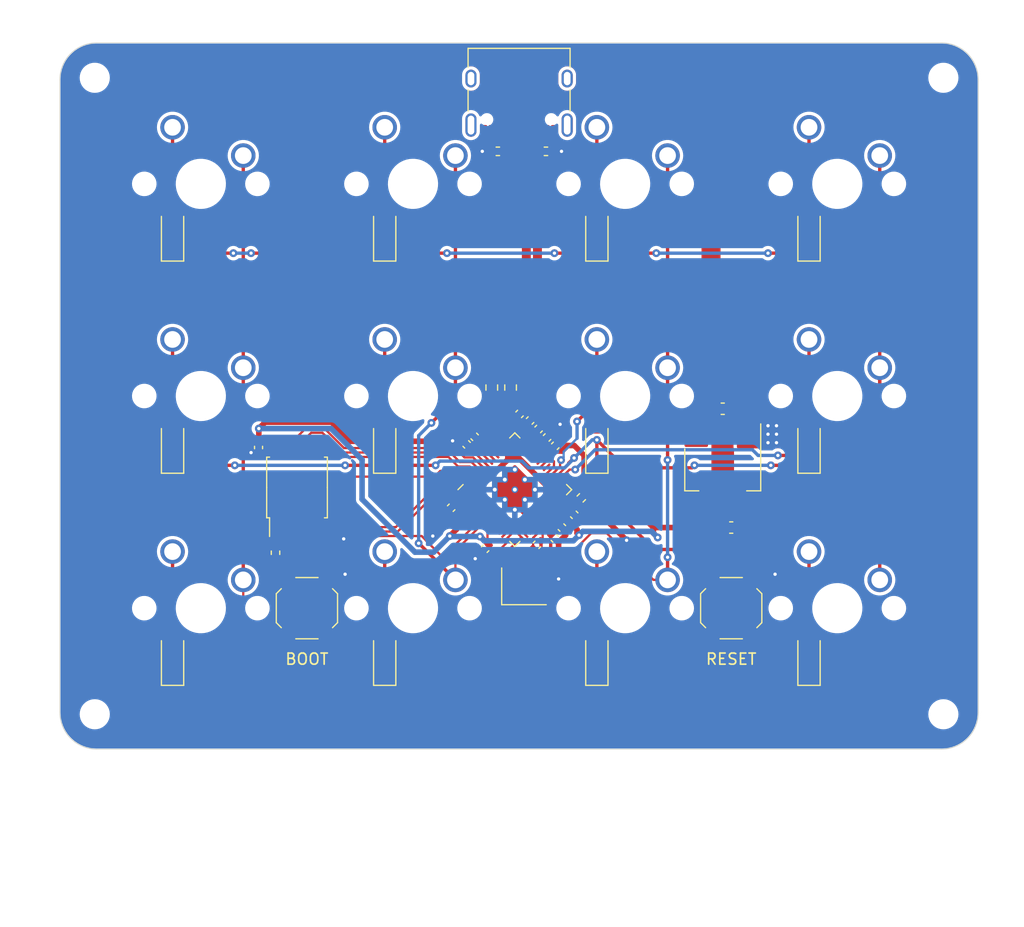
<source format=kicad_pcb>
(kicad_pcb (version 20221018) (generator pcbnew)
  (layers (0 "F.Cu" signal) (31 "B.Cu" power) (34 "B.Paste" user) (35 "F.Paste" user) (36 "B.SilkS" user "B.Silkscreen") (37 "F.SilkS" user "F.Silkscreen") (38 "B.Mask" user) (39 "F.Mask" user) (44 "Edge.Cuts" user))
  (net 0 "")
  (net 1 "+3V3")
  (net 2 "GND")
  (net 3 "+1V1")
  (net 4 "VBUS")
  (net 5 "/XIN")
  (net 6 "/XOUT")
  (net 7 "/ROW_0")
  (net 8 "Net-(D2-A)")
  (net 9 "Net-(D3-A)")
  (net 10 "/ROW_1")
  (net 11 "Net-(D5-A)")
  (net 12 "Net-(D6-A)")
  (net 13 "Net-(D7-A)")
  (net 14 "Net-(D8-A)")
  (net 15 "/ROW_2")
  (net 16 "Net-(D9-A)")
  (net 17 "Net-(D10-A)")
  (net 18 "Net-(D11-A)")
  (net 19 "Net-(D12-A)")
  (net 20 "Net-(D1-A)")
  (net 21 "Net-(D4-A)")
  (net 22 "Net-(SW13-B)")
  (net 23 "/COL_0")
  (net 26 "/COL_3")
  (net 27 "Net-(J1-CC1)")
  (net 29 "Net-(J1-CC2)")
  (net 32 "Net-(U1-USB_DP)")
  (net 33 "/USB_D+")
  (net 34 "Net-(U1-USB_DM)")
  (net 35 "/USB_D-")
  (net 37 "/COL_1")
  (net 38 "/COL_2")
  (net 39 "/QSPI_SD1")
  (net 40 "/QSPI_SD2")
  (net 41 "/QSPI_SD0")
  (net 42 "/QSPI_SCLK")
  (net 43 "/QSPI_SD3")
  (net 59 "/~{USB_BOOT}")
  (footprint "Diode_SMD:D_SOD-123" (layer "F.Cu") (at 150.368 85.852 90)
    (fp_text reference "D5" hide)
    (fp_text value "D")
  )
  (footprint "Diode_SMD:D_SOD-123" (layer "F.Cu") (at 93.218 104.902 90)
    (fp_text reference "D12" hide)
    (fp_text value "D")
  )
  (footprint "Button_Switch_SMD:SW_Push_1P1T_XKB_TS-1187A" (layer "F.Cu") (at 143.383 100.33 -90)
    (fp_text reference "SW13" hide)
    (fp_text value "SW_SPST")
  )
  (footprint "Connector_USB:USB_C_Receptacle_XKB_U262-16XN-4BVC11" (layer "F.Cu") (at 124.333 53.848 180)
    (fp_text reference "J1" hide)
    (fp_text value "USB_C_Receptacle_USB2.0")
  )
  (footprint "Capacitor_SMD:C_0603_1608Metric" (layer "F.Cu") (at 142.621 82.423)
    (fp_text reference "C12" hide)
    (fp_text value "10u")
  )
  (footprint "Capacitor_SMD:C_0402_1005Metric" (layer "F.Cu") (at 118.237 91.313 -135)
    (fp_text reference "C6" hide)
    (fp_text value "100n")
  )
  (footprint "Capacitor_SMD:C_0402_1005Metric" (layer "F.Cu") (at 100.9396 85.9028 -90)
    (fp_text reference "C16" hide)
    (fp_text value "100n")
  )
  (footprint "Crystal:Crystal_SMD_3225-4Pin_3.2x2.5mm" (layer "F.Cu") (at 124.771 98.368)
    (fp_text reference "Y1" hide)
    (fp_text value "12MHz")
  )
  (footprint "Capacitor_SMD:C_0402_1005Metric" (layer "F.Cu") (at 126.085415 84.240077 45)
    (fp_text reference "C7" hide)
    (fp_text value "100n")
  )
  (footprint "Diode_SMD:D_SOD-123" (layer "F.Cu") (at 131.318 66.802 90)
    (fp_text reference "D2" hide)
    (fp_text value "D")
  )
  (footprint "Capacitor_SMD:C_0402_1005Metric" (layer "F.Cu") (at 128.177611 93.091 -45)
    (fp_text reference "C2" hide)
    (fp_text value "100n")
  )
  (footprint "Capacitor_SMD:C_0603_1608Metric" (layer "F.Cu") (at 143.383 93.091)
    (fp_text reference "C13" hide)
    (fp_text value "10u")
  )
  (footprint "MountingHole:MountingHole_2.2mm_M2" (layer "F.Cu") (at 86.233 52.705)
    (fp_text reference "H1" hide)
    (fp_text value "MountingHole")
  )
  (footprint "Button_Switch_SMD:SW_Push_1P1T_XKB_TS-1187A" (layer "F.Cu") (at 105.283 100.33 90)
    (fp_text reference "SW14" hide)
    (fp_text value "SW_SPST")
  )
  (footprint "Diode_SMD:D_SOD-123" (layer "F.Cu") (at 112.268 66.802 90)
    (fp_text reference "D3" hide)
    (fp_text value "D")
  )
  (footprint "Package_SO:SOIC-8_5.23x5.23mm_P1.27mm" (layer "F.Cu") (at 104.394 89.491 90)
    (fp_text reference "U3" hide)
    (fp_text value "W25Q128JVS")
  )
  (footprint "Resistor_SMD:R_0402_1005Metric" (layer "F.Cu") (at 126.746 59.309)
    (fp_text reference "R4" hide)
    (fp_text value "5k1")
  )
  (footprint "RP2040_minimal:RP2040-QFN-56" (layer "F.Cu") (at 123.952 89.687122 45)
    (fp_text reference "U1" hide)
    (fp_text value "RP2040")
  )
  (footprint "Diode_SMD:D_SOD-123" (layer "F.Cu") (at 112.268 104.902 90)
    (fp_text reference "D11" hide)
    (fp_text value "D")
  )
  (footprint "Diode_SMD:D_SOD-123" (layer "F.Cu") (at 93.218 66.802 90)
    (fp_text reference "D4" hide)
    (fp_text value "D")
  )
  (footprint "Capacitor_SMD:C_0402_1005Metric" (layer "F.Cu") (at 124.374589 82.889411 45)
    (fp_text reference "C10" hide)
    (fp_text value "1u")
  )
  (footprint "Package_TO_SOT_SMD:SOT-223-3_TabPin2" (layer "F.Cu") (at 142.621 87.884 -90)
    (fp_text reference "U2" hide)
    (fp_text value "NCP1117-3.3_SOT223")
  )
  (footprint "Diode_SMD:D_SOD-123" (layer "F.Cu") (at 131.318 104.902 90)
    (fp_text reference "D10" hide)
    (fp_text value "D")
  )
  (footprint "Capacitor_SMD:C_0402_1005Metric" (layer "F.Cu") (at 127.5842 85.7504 45)
    (fp_text reference "C4" hide)
    (fp_text value "100n")
  )
  (footprint "Diode_SMD:D_SOD-123" (layer "F.Cu") (at 112.268 85.852 90)
    (fp_text reference "D7" hide)
    (fp_text value "D")
  )
  (footprint "Diode_SMD:D_SOD-123" (layer "F.Cu") (at 131.318 85.852 90)
    (fp_text reference "D6" hide)
    (fp_text value "D")
  )
  (footprint "Capacitor_SMD:C_0402_1005Metric" (layer "F.Cu") (at 125.9332 94.6404 -135)
    (fp_text reference "C14" hide)
    (fp_text value "30p")
  )
  (footprint "Diode_SMD:D_SOD-123" (layer "F.Cu") (at 93.218 85.852 90)
    (fp_text reference "D8" hide)
    (fp_text value "D")
  )
  (footprint "Resistor_SMD:R_0603_1608Metric" (layer "F.Cu") (at 121.882803 80.518 90)
    (fp_text reference "R1" hide)
    (fp_text value "27")
  )
  (footprint "Resistor_SMD:R_0402_1005Metric" (layer "F.Cu") (at 102.4636 95.3516 90)
    (fp_text reference "R6" hide)
    (fp_text value "1k")
  )
  (footprint "MountingHole:MountingHole_2.2mm_M2" (layer "F.Cu") (at 162.433 109.855)
    (fp_text reference "H4" hide)
    (fp_text value "MountingHole")
  )
  (footprint "Diode_SMD:D_SOD-123" (layer "F.Cu") (at 150.368 66.802 90)
    (fp_text reference "D1" hide)
    (fp_text value "D")
  )
  (footprint "MountingHole:MountingHole_2.2mm_M2" (layer "F.Cu") (at 162.433 52.705)
    (fp_text reference "H2" hide)
    (fp_text value "MountingHole")
  )
  (footprint "Diode_SMD:D_SOD-123" (layer "F.Cu") (at 150.368 104.902 90)
    (fp_text reference "D9" hide)
    (fp_text value "D")
  )
  (footprint "Resistor_SMD:R_0402_1005Metric" (layer "F.Cu") (at 122.428 59.309 180)
    (fp_text reference "R5" hide)
    (fp_text value "5k1")
  )
  (footprint "Resistor_SMD:R_0402_1005Metric" (layer "F.Cu") (at 129.921 90.424 45)
    (fp_text reference "R3" hide)
    (fp_text value "10k")
  )
  (footprint "Capacitor_SMD:C_0402_1005Metric" (layer "F.Cu") (at 119.625208 85.621771 135)
    (fp_text reference "C9" hide)
    (fp_text value "100n")
  )
  (footprint "Resistor_SMD:R_0603_1608Metric" (layer "F.Cu") (at 123.571 80.518 90)
    (fp_text reference "R2" hide)
    (fp_text value "27")
  )
  (footprint "Capacitor_SMD:C_0402_1005Metric" (layer "F.Cu") (at 125.323415 83.478077 45)
    (fp_text reference "C11" hide)
    (fp_text value "1u")
  )
  (footprint "Capacitor_SMD:C_0402_1005Metric" (layer "F.Cu") (at 126.847415 85.002077 45)
    (fp_text reference "C3" hide)
    (fp_text value "100n")
  )
  (footprint "MountingHole:MountingHole_2.2mm_M2" (layer "F.Cu") (at 86.233 109.855)
    (fp_text reference "H3" hide)
    (fp_text value "MountingHole")
  )
  (footprint "Capacitor_SMD:C_0402_1005Metric" (layer "F.Cu") (at 121.285 94.996 -135)
    (fp_text reference "C5" hide)
    (fp_text value "100n")
  )
  (footprint "Capacitor_SMD:C_0402_1005Metric" (layer "F.Cu") (at 120.343386 84.942949 135)
    (fp_text reference "C1" hide)
    (fp_text value "100n")
  )
  (footprint "Capacitor_SMD:C_0402_1005Metric" (layer "F.Cu") (at 129.286 91.948 135)
    (fp_text reference "C8" hide)
    (fp_text value "100n")
  )
  (footprint "Capacitor_SMD:C_0402_1005Metric" (layer "F.Cu") (at 127.542611 94.065411 -45)
    (fp_text reference "C15" hide)
    (fp_text value "30p")
  )
  (footprint "Button_Switch_Keyboard:SW_Cherry_MX_1.00u_PCB" (layer "B.Cu") (at 131.318 95.25 180)
    (fp_text reference "SW10" hide)
    (fp_text value "KEY_10_21")
  )
  (footprint "Button_Switch_Keyboard:SW_Cherry_MX_1.00u_PCB" (layer "B.Cu") (at 131.318 76.2 180)
    (fp_text reference "SW6" hide)
    (fp_text value "KEY_6_11")
  )
  (footprint "Button_Switch_Keyboard:SW_Cherry_MX_1.00u_PCB" (layer "B.Cu") (at 131.318 57.15 180)
    (fp_text reference "SW2" hide)
    (fp_text value "KEY_2_01")
  )
  (footprint "Button_Switch_Keyboard:SW_Cherry_MX_1.00u_PCB" (layer "B.Cu") (at 112.268 57.15 180)
    (fp_text reference "SW3" hide)
    (fp_text value "KEY_3_02")
  )
  (footprint "Button_Switch_Keyboard:SW_Cherry_MX_1.00u_PCB" (layer "B.Cu") (at 93.218 57.15 180)
    (fp_text reference "SW4" hide)
    (fp_text value "KEY_4_03")
  )
  (footprint "Button_Switch_Keyboard:SW_Cherry_MX_1.00u_PCB" (layer "B.Cu") (at 150.368 95.25 180)
    (fp_text reference "SW9" hide)
    (fp_text value "KEY_9_20")
  )
  (footprint "Button_Switch_Keyboard:SW_Cherry_MX_1.00u_PCB" (layer "B.Cu") (at 93.218 95.25 180)
    (fp_text reference "SW12" hide)
    (fp_text value "KEY_12_23")
  )
  (footprint "Button_Switch_Keyboard:SW_Cherry_MX_1.00u_PCB" (layer "B.Cu") (at 93.218 76.2 180)
    (fp_text reference "SW8" hide)
    (fp_text value "KEY_8_13")
  )
  (footprint "Button_Switch_Keyboard:SW_Cherry_MX_1.00u_PCB" (layer "B.Cu") (at 150.368 57.15 180)
    (fp_text reference "SW1" hide)
    (fp_text value "KEY_1_00")
  )
  (footprint "Button_Switch_Keyboard:SW_Cherry_MX_1.00u_PCB" (layer "B.Cu") (at 150.368 76.2 180)
    (fp_text reference "SW5" hide)
    (fp_text value "KEY_5_10")
  )
  (footprint "Button_Switch_Keyboard:SW_Cherry_MX_1.00u_PCB" (layer "B.Cu") (at 112.268 76.2 180)
    (fp_text reference "SW7" hide)
    (fp_text value "KEY_7_12")
  )
  (footprint "Button_Switch_Keyboard:SW_Cherry_MX_1.00u_PCB" (layer "B.Cu") (at 112.268 95.25 180)
    (fp_text reference "SW11" hide)
    (fp_text value "KEY_11_22")
  )
  (gr_line (start 83.106867 109.6772) (end 83.106867 52.880867) (stroke (width 0.1)) (layer "Edge.Cuts"))
  (gr_line (start 165.559133 52.880867) (end 165.559133 109.6772) (stroke (width 0.1)) (layer "Edge.Cuts"))
  (gr_arc (start 83.106867 52.880867) (mid 84.074 50.546) (end 86.408867 49.578867) (stroke (width 0.1)) (layer "Edge.Cuts"))
  (gr_arc (start 165.559133 109.679133) (mid 164.59199 112.01399) (end 162.257133 112.981133) (stroke (width 0.1)) (layer "Edge.Cuts"))
  (gr_line (start 86.408867 49.578867) (end 162.257133 49.578867) (stroke (width 0.1)) (layer "Edge.Cuts"))
  (gr_line (start 162.257133 112.9792) (end 86.408867 112.9792) (stroke (width 0.1)) (layer "Edge.Cuts"))
  (gr_arc (start 86.410767 112.979233) (mid 84.07591 112.01209) (end 83.108767 109.677233) (stroke (width 0.1)) (layer "Edge.Cuts"))
  (gr_arc (start 162.257133 49.578867) (mid 164.592 50.546) (end 165.559133 52.880867) (stroke (width 0.1)) (layer "Edge.Cuts"))
  (gr_text "RESET" (at 143.383 104.902) (layer "F.SilkS") (effects (font (size 1 1))))
  (gr_text "BOOT" (at 105.283 104.902) (layer "F.SilkS") (effects (font (size 1 1))))
  (segment (start 130.175 86.614) (end 129.286 85.725) (width 0.5) (layer "F.Cu") (net 1))
  (segment (start 100.965 85.3974) (end 100.9396 85.4228) (width 0.5) (layer "F.Cu") (net 1))
  (segment (start 127.0508 86.2838) (end 127.244789 86.089811) (width 0.2) (layer "F.Cu") (net 1))
  (segment (start 129.715734 93.774734) (end 129.54 93.599) (width 0.5) (layer "F.Cu") (net 1))
  (segment (start 130.175 89.956752) (end 130.175 86.614) (width 0.5) (layer "F.Cu") (net 1))
  (segment (start 121.031 84.201) (end 121.031 84.934157) (width 0.5) (layer "F.Cu") (net 1))
  (segment (start 119.682843 89.09492) (end 117.856 89.09492) (width 0.2) (layer "F.Cu") (net 1))
  (segment (start 127.29931 92.751589) (end 127.8382 92.751589) (width 0.2) (layer "F.Cu") (net 1))
  (segment (start 122.817596 84.75809) (end 123.501686 84.074) (width 0.2) (layer "F.Cu") (net 1))
  (segment (start 116.724629 85.344) (end 118.629629 83.439) (width 0.5) (layer "F.Cu") (net 1))
  (segment (start 125.7554 85.471) (end 126.378492 85.471) (width 0.2) (layer "F.Cu") (net 1))
  (segment (start 113.433 93.45) (end 111.089314 93.45) (width 0.2) (layer "F.Cu") (net 1))
  (segment (start 128.684402 85.725) (end 128.18921 86.220192) (width 0.5) (layer "F.Cu") (net 1))
  (segment (start 123.076955 85.700808) (end 122.817596 85.441449) (width 0.2) (layer "F.Cu") (net 1))
  (segment (start 117.856 89.09492) (end 117.78808 89.09492) (width 0.2) (layer "F.Cu") (net 1))
  (segment (start 119.682843 90.279324) (end 119.270676 90.279324) (width 0.2) (layer "F.Cu") (net 1))
  (segment (start 128.846198 92.583) (end 128.006789 92.583) (width 0.5) (layer "F.Cu") (net 1))
  (segment (start 125.743492 84.582) (end 125.746004 84.579488) (width 0.2) (layer "F.Cu") (net 1))
  (segment (start 125.325849 85.041449) (end 125.7554 85.471) (width 0.2) (layer "F.Cu") (net 1))
  (segment (start 128.18921 86.220192) (end 127.37517 86.220192) (width 0.5) (layer "F.Cu") (net 1))
  (segment (start 127.466303 87.587032) (end 127.466303 87.156503) (width 0.2) (layer "F.Cu") (net 1))
  (segment (start 118.629629 83.439) (end 120.269 83.439) (width 0.5) (layer "F.Cu") (net 1))
  (segment (start 100.965 84.201) (end 101.534 83.632) (width 0.5) (layer "F.Cu") (net 1))
  (segment (start 118.706792 93.256208) (end 118.706792 91.10397) (width 0.5) (layer "F.Cu") (net 1))
  (segment (start 124.079 84.582) (end 125.743492 84.582) (width 0.2) (layer "F.Cu") (net 1))
  (segment (start 118.05092 89.09492) (end 117.856 89.09492) (width 0.2) (layer "F.Cu") (net 1))
  (segment (start 133.35 90.043) (end 130.302 90.043) (width 0.5) (layer "F.Cu") (net 1))
  (segment (start 108.409314 96.13) (end 106.377315 96.13) (width 0.2) (layer "F.Cu") (net 1))
  (segment (start 122.228427 92.824908) (end 121.497411 93.555924) (width 0.2) (layer "F.Cu") (net 1))
  (segment (start 136.398 93.091) (end 133.35 90.043) (width 0.5) (layer "F.Cu") (net 1))
  (segment (start 126.508004 85.353026) (end 127.244789 86.089811) (width 0.5) (layer "F.Cu") (net 1))
  (segment (start 124.544202 85.417965) (end 124.92072 85.041449) (width 0.2) (layer "F.Cu") (net 1))
  (segment (start 130.302 90.043) (end 130.281624 90.063376) (width 0.5) (layer "F.Cu") (net 1))
  (segment (start 126.378492 85.471) (end 126.508004 85.341488) (width 0.2) (layer "F.Cu") (net 1))
  (segment (start 129.54 93.599) (end 129.54 93.276802) (width 0.5) (layer "F.Cu") (net 1))
  (segment (start 109.22 85.344) (end 116.724629 85.344) (width 0.5) (layer "F.Cu") (net 1))
  (segment (start 117.78808 89.09492) (end 113.433 93.45) (width 0.2) (layer "F.Cu") (net 1))
  (segment (start 100.9396 85.4228) (end 102.0208 85.4228) (width 0.5) (layer "F.Cu") (net 1))
  (segment (start 102.4636 93.1164) (end 102.489 93.091) (width 0.3) (layer "F.Cu") (net 1))
  (segment (start 121.158 85.757563) (end 120.682797 85.28236) (width 0.2) (layer "F.Cu") (net 1))
  (segment (start 126.524101 91.97638) (end 127.29931 92.751589) (width 0.2) (layer "F.Cu") (net 1))
  (segment (start 130.281624 90.063376) (end 130.175 89.956752) (width 0.5) (layer "F.Cu") (net 1))
  (segment (start 127.466303 87.156503) (end 127.0508 86.741) (width 0.2) (layer "F.Cu") (net 1))
  (segment (start 123.501686 84.074) (end 124.727492 84.074) (width 0.2) (layer "F.Cu") (net 1))
  (segment (start 121.945585 86.832178) (end 121.158 86.044593) (width 0.2) (layer "F.Cu") (net 1))
  (segment (start 121.662742 87.115021) (end 121.158 86.610281) (width 0.2) (layer "F.Cu") (net 1))
  (segment (start 107.508 83.632) (end 109.22 85.344) (width 0.5) (layer "F.Cu") (net 1))
  (segment (start 118.11 93.853) (end 118.706792 93.256208) (width 0.5) (layer "F.Cu") (net 1))
  (segment (start 123.359798 85.301202) (end 124.079 84.582) (width 0.2) (layer "F.Cu") (net 1))
  (segment (start 106.377315 96.13) (end 106.368315 96.139) (width 0.2) (layer "F.Cu") (net 1))
  (segment (start 127.37517 86.220192) (end 127.244789 86.089811) (width 0.5) (layer "F.Cu") (net 1))
  (segment (start 129.54 93.276802) (end 128.846198 92.583) (width 0.5) (layer "F.Cu") (net 1))
  (segment (start 102.0208 85.4228) (end 102.489 85.891) (width 0.5) (layer "F.Cu") (net 1))
  (segment (start 123.359798 85.417965) (end 123.359798 85.301202) (width 0.2) (layer "F.Cu") (net 1))
  (segment (start 124.984004 83.817488) (end 125.746004 84.579488) (width 0.5) (layer "F.Cu") (net 1))
  (segment (start 121.031 84.934157) (end 120.682797 85.28236) (width 0.5) (layer "F.Cu") (net 1))
  (segment (start 118.706792 91.10397) (end 118.576411 90.973589) (width 0.5) (layer "F.Cu") (net 1))
  (segment (start 129.286 85.725) (end 128.684402 85.725) (width 0.5) (layer "F.Cu") (net 1))
  (segment (start 119.270676 90.279324) (end 118.576411 90.973589) (width 0.2) (layer "F.Cu") (net 1))
  (segment (start 142.608 93.091) (end 136.398 93.091) (width 0.5) (layer "F.Cu") (net 1))
  (segment (start 124.92072 85.041449) (end 125.325849 85.041449) (width 0.2) (layer "F.Cu") (net 1))
  (segment (start 102.4636 94.8416) (end 102.4636 93.1164) (width 0.5) (layer "F.Cu") (net 1))
  (segment (start 127.0508 86.741) (end 127.0508 86.2838) (width 0.2) (layer "F.Cu") (net 1))
  (segment (start 106.368315 96.139) (end 104.902 96.139) (width 0.2) (layer "F.Cu") (net 1))
  (segment (start 119.235324 90.279324) (end 118.05092 89.09492) (width 0.2) (layer "F.Cu") (net 1))
  (segment (start 127.089786 87.963549) (end 127.466303 87.587032) (width 0.2) (layer "F.Cu") (net 1))
  (segment (start 126.508004 85.341488) (end 126.508004 85.353026) (width 0.2) (layer "F.Cu") (net 1))
  (segment (start 100.965 84.201) (end 100.965 85.3974) (width 0.5) (layer "F.Cu") (net 1))
  (segment (start 142.608 93.091) (end 142.608 91.047) (width 0.5) (layer "F.Cu") (net 1))
  (segment (start 111.089314 93.45) (end 108.409314 96.13) (width 0.2) (layer "F.Cu") (net 1))
  (segment (start 120.269 83.439) (end 121.031 84.201) (width 0.5) (layer "F.Cu") (net 1))
  (segment (start 124.727492 84.074) (end 124.984004 83.817488) (width 0.2) (layer "F.Cu") (net 1))
  (segment (start 101.534 83.632) (end 107.508 83.632) (width 0.5) (layer "F.Cu") (net 1))
  (segment (start 120.864431 93.896609) (end 121.624411 94.656589) (width 0.5) (layer "F.Cu") (net 1))
  (segment (start 128.006789 92.583) (end 127.8382 92.751589) (width 0.5) (layer "F.Cu") (net 1))
  (segment (start 136.398 93.091) (end 136.398 93.599) (width 0.5) (layer "F.Cu") (net 1))
  (segment (start 122.817596 85.441449) (end 122.817596 84.75809) (width 0.2) (layer "F.Cu") (net 1))
  (segment (start 126.508004 85.341488) (end 125.746004 84.579488) (width 0.5) (layer "F.Cu") (net 1))
  (segment (start 142.608 91.047) (end 142.621 91.034) (width 0.5) (layer "F.Cu") (net 1))
  (segment (start 104.902 96.139) (end 102.489 93.726) (width 0.2) (layer "F.Cu") (net 1))
  (segment (start 121.497411 93.555924) (end 121.497411 94.402589) (width 0.2) (layer "F.Cu") (net 1))
  (segment (start 136.398 93.599) (end 136.779 93.98) (width 0.5) (layer "F.Cu") (net 1))
  (segment (start 121.158 86.044593) (end 121.158 85.757563) (width 0.2) (layer "F.Cu") (net 1))
  (segment (start 120.820609 93.896609) (end 120.864431 93.896609) (width 0.5) (layer "F.Cu") (net 1))
  (segment (start 121.158 86.610281) (end 121.158 85.757563) (width 0.2) (layer "F.Cu") (net 1))
  (via (at 136.779 93.98) (size 0.7) (drill 0.3) (layers "F.Cu" "B.Cu") (net 1))
  (via (at 118.11 93.853) (size 0.7) (drill 0.3) (layers "F.Cu" "B.Cu") (net 1))
  (via (at 129.715734 93.774734) (size 0.7) (drill 0.3) (layers "F.Cu" "B.Cu") (net 1))
  (via (at 120.820609 93.896609) (size 0.7) (drill 0.3) (layers "F.Cu" "B.Cu") (net 1))
  (via (at 100.965 84.201) (size 0.7) (drill 0.3) (layers "F.Cu" "B.Cu") (net 1))
  (segment (start 110.236 90.551) (end 110.236 86.995) (width 0.5) (layer "B.Cu") (net 1))
  (segment (start 118.153609 93.896609) (end 118.11 93.853) (width 0.5) (layer "B.Cu") (net 1))
  (segment (start 136.779 93.98) (end 136.233 93.434) (width 0.5) (layer "B.Cu") (net 1))
  (segment (start 110.236 86.995) (end 107.442 84.201) (width 0.5) (layer "B.Cu") (net 1))
  (segment (start 116.6635 95.2995) (end 114.9845 95.2995) (width 0.5) (layer "B.Cu") (net 1))
  (segment (start 114.9845 95.2995) (end 110.236 90.551) (width 0.5) (layer "B.Cu") (net 1))
  (segment (start 121.203399 94.279399) (end 129.211069 94.279399) (width 0.5) (layer "B.Cu") (net 1))
  (segment (start 130.056468 93.434) (end 129.715734 93.774734) (width 0.5) (layer "B.Cu") (net 1))
  (segment (start 118.11 93.853) (end 116.6635 95.2995) (width 0.5) (layer "B.Cu") (net 1))
  (segment (start 120.820609 93.896609) (end 118.153609 93.896609) (width 0.5) (layer "B.Cu") (net 1))
  (segment (start 129.211069 94.279399) (end 129.715734 93.774734) (width 0.5) (layer "B.Cu") (net 1))
  (segment (start 107.442 84.201) (end 100.965 84.201) (width 0.5) (layer "B.Cu") (net 1))
  (segment (start 120.820609 93.896609) (end 121.203399 94.279399) (width 0.5) (layer "B.Cu") (net 1))
  (segment (start 136.233 93.434) (end 130.056468 93.434) (width 0.5) (layer "B.Cu") (net 1))
  (segment (start 107.158 97.33) (end 107.158 103.33) (width 0.5) (layer "F.Cu") (net 2))
  (segment (start 124.562 100.527) (end 125.871 99.218) (width 0.5) (layer "F.Cu") (net 2))
  (segment (start 119.265657 85.3025) (end 119.285797 85.28236) (width 0.5) (layer "F.Cu") (net 2))
  (segment (start 145.258 97.33) (end 145.258 103.33) (width 0.5) (layer "F.Cu") (net 2))
  (segment (start 106.299 93.091) (end 107.569 93.091) (width 0.5) (layer "F.Cu") (net 2))
  (segment (start 127.383 57.518) (end 127.383 59.182) (width 0.3) (layer "F.Cu") (net 2))
  (segment (start 127.186826 84.662666) (end 127.186826 84.649174) (width 0.5) (layer "F.Cu") (net 2))
  (segment (start 121.283 58.674) (end 121.918 59.309) (width 0.3) (layer "F.Cu") (net 2))
  (segment (start 125.662826 83.138666) (end 126.424826 83.900666) (width 0.5) (layer "F.Cu") (net 2))
  (segment (start 129.625411 92.287411) (end 132.038411 92.287411) (width 0.5) (layer "F.Cu") (net 2))
  (segment (start 125.675573 92.824908) (end 123.952 91.101335) (width 0.2) (layer "F.Cu") (net 2))
  (segment (start 122.358 100.019) (end 122.866 100.527) (width 0.5) (layer "F.Cu") (net 2))
  (segment (start 147.32 97.282) (end 147.32 95.1165) (width 0.5) (layer "F.Cu") (net 2))
  (segment (start 145.2945 93.091) (end 144.158 93.091) (width 0.5) (layer "F.Cu") (net 2))
  (segment (start 122.866 100.527) (end 124.562 100.527) (width 0.5) (layer "F.Cu") (net 2))
  (segment (start 123.952 91.490244) (end 123.952 89.687122) (width 0.2) (layer "F.Cu") (net 2))
  (segment (start 127.383 59.182) (end 127.256 59.309) (width 0.3) (layer "F.Cu") (net 2))
  (segment (start 126.371 99.218) (end 125.871 99.218) (width 0.5) (layer "F.Cu") (net 2))
  (segment (start 126.052089 93.201426) (end 125.675573 92.824908) (width 0.2) (layer "F.Cu") (net 2))
  (segment (start 124.714 82.55) (end 125.07416 82.55) (width 0.5) (layer "F.Cu") (net 2))
  (segment (start 125.07416 82.55) (end 125.662826 83.138666) (width 0.5) (layer "F.Cu") (net 2))
  (segment (start 123.671 97.518) (end 123.208 97.518) (width 0.5) (layer "F.Cu") (net 2))
  (segment (start 123.671 96.9026) (end 123.671 97.518) (width 0.5) (layer "F.Cu") (net 2))
  (segment (start 123.208 97.518) (end 122.358 98.368) (width 0.5) (layer "F.Cu") (net 2))
  (segment (start 132.038411 92.287411) (end 133.985 94.234) (width 0.5) (layer "F.Cu") (net 2))
  (segment (start 122.148878 89.687122) (end 123.952 89.687122) (width 0.2) (layer "F.Cu") (net 2))
  (segment (start 127.186826 84.649174) (end 128.016 83.82) (width 0.5) (layer "F.Cu") (net 2))
  (segment (start 126.052089 93.556311) (end 126.052089 93.201426) (width 0.2) (layer "F.Cu") (net 2))
  (segment (start 100.2903 86.3828) (end 100.9396 86.3828) (width 0.5) (layer "F.Cu") (net 2))
  (segment (start 127.882022 94.404822) (end 128.517022 93.769822) (width 0.5) (layer "F.Cu") (net 2))
  (segment (start 125.593789 94.979811) (end 125.593789 94.014611) (width 0.2) (layer "F.Cu") (net 2))
  (segment (start 121.283 57.518) (end 121.283 58.674) (width 0.3) (layer "F.Cu") (net 2))
  (segment (start 118.363823 85.3025) (end 119.265657 85.3025) (width 0.5) (layer "F.Cu") (net 2))
  (segment (start 127.882022 94.404822) (end 127.882022 97.706978) (width 0.5) (layer "F.Cu") (net 2))
  (segment (start 123.050439 90.588683) (end 123.952 89.687122) (width 0.2) (layer "F.Cu") (net 2))
  (segment (start 122.358 98.368) (end 122.358 100.019) (width 0.5) (layer "F.Cu") (net 2))
  (segment (start 124.853561 90.588683) (end 123.952 89.687122) (width 0.2) (layer "F.Cu") (net 2))
  (segment (start 107.569 93.091) (end 108.585 94.107) (width 0.5) (layer "F.Cu") (net 2))
  (segment (start 147.32 97.282) (end 147.272 97.33) (width 0.5) (layer "F.Cu") (net 2))
  (segment (start 127.383 57.518) (end 127.683 57.518) (width 0.3) (layer "F.Cu") (net 2))
  (segment (start 119.285797 85.28236) (end 119.325153 85.28236) (width 0.5) (layer "F.Cu") (net 2))
  (segment (start 127.186826 84.674204) (end 127.923611 85.410989) (width 0.5) (layer "F.Cu") (net 2))
  (segment (start 127.256 59.309) (end 128.143 59.309) (width 0.3) (layer "F.Cu") (net 2))
  (segment (start 123.952 87.884) (end 123.952 89.687122) (width 0.2) (layer "F.Cu") (net 2))
  (segment (start 127.186826 84.662666) (end 127.186826 84.674204) (width 0.5) (layer "F.Cu") (net 2))
  (segment (start 123.050439 88.785561) (end 123.952 89.687122) (width 0.2) (layer "F.Cu") (net 2))
  (segment (start 125.593789 94.014611) (end 126.052089 93.556311) (width 0.2) (layer "F.Cu") (net 2))
  (segment (start 125.755122 89.687122) (end 123.952 89.687122) (width 0.2) (layer "F.Cu") (net 2))
  (segment (start 128.517022 93.769822) (end 128.517022 93.430411) (width 0.5) (layer "F.Cu") (net 2))
  (segment (start 100.2675 86.36) (end 100.2903 86.3828) (width 0.5) (layer "F.Cu") (net 2))
  (segment (start 147.32 95.1165) (end 145.2945 93.091) (width 0.5) (layer "F.Cu") (net 2))
  (segment (start 126.424826 83.900666) (end 127.186826 84.662666) (width 0.5) (layer "F.Cu") (net 2))
  (segment (start 121.918 59.309) (end 121.031 59.309) (width 0.3) (layer "F.Cu") (net 2))
  (segment (start 116.586 93.853) (end 117.897589 92.541411) (width 0.5) (layer "F.Cu") (net 2))
  (segment (start 117.897589 92.541411) (end 117.897589 91.652411) (width 0.5) (layer "F.Cu") (net 2))
  (segment (start 120.945589 95.335411) (end 120.396 95.885) (width 0.5) (layer "F.Cu") (net 2))
  (segment (start 108.664 97.33) (end 108.712 97.282) (width 0.5) (layer "F.Cu") (net 2))
  (segment (start 125.593789 94.979811) (end 123.671 96.9026) (width 0.5) (layer "F.Cu") (net 2))
  (segment (start 107.158 97.33) (end 108.664 97.33) (width 0.5) (layer "F.Cu") (net 2))
  (segment (start 121.283 57.518) (end 120.983 57.518) (width 0.3) (layer "F.Cu") (net 2))
  (segment (start 119.325153 85.28236) (end 120.003975 84.603538) (width 0.5) (layer "F.Cu") (net 2))
  (segment (start 124.853561 88.785561) (end 123.952 89.687122) (width 0.2) (layer "F.Cu") (net 2))
  (segment (start 123.952 91.101335) (end 123.952 89.687122) (width 0.2) (layer "F.Cu") (net 2))
  (segment (start 147.272 97.33) (end 145.258 97.33) (width 0.5) (layer "F.Cu") (net 2))
  (segment (start 127.882022 97.706978) (end 126.371 99.218) (width 0.5) (layer "F.Cu") (net 2))
  (via (at 120.396 95.885) (size 0.7) (drill 0.3) (layers "F.Cu" "B.Cu") (net 2))
  (via (at 100.2675 86.36) (size 0.7) (drill 0.3) (layers "F.Cu" "B.Cu") (net 2))
  (via (at 118.363823 85.3025) (size 0.7) (drill 0.3) (layers "F.Cu" "B.Cu") (net 2))
  (via (at 146.685 84.709) (size 0.7) (drill 0.3) (layers "F.Cu" "B.Cu") (net 2))
  (via (at 108.585 94.107) (size 0.7) (drill 0.3) (layers "F.Cu" "B.Cu") (net 2))
  (via (at 128.143 59.309) (size 0.7) (drill 0.3) (layers "F.Cu" "B.Cu") (net 2))
  (via (at 147.447 84.709) (size 0.7) (drill 0.3) (layers "F.Cu" "B.Cu") (net 2))
  (via (at 133.985 94.234) (size 0.7) (drill 0.3) (layers "F.Cu" "B.Cu") (net 2))
  (via (at 128.016 83.82) (size 0.7) (drill 0.3) (layers "F.Cu" "B.Cu") (net 2))
  (via (at 146.685 83.947) (size 0.7) (drill 0.3) (layers "F.Cu" "B.Cu") (net 2))
  (via (at 147.447 85.471) (size 0.7) (drill 0.3) (layers "F.Cu" "B.Cu") (net 2))
  (via (at 147.447 83.947) (size 0.7) (drill 0.3) (layers "F.Cu" "B.Cu") (net 2))
  (via (at 146.685 85.471) (size 0.7) (drill 0.3) (layers "F.Cu" "B.Cu") (net 2))
  (via (at 116.586 93.853) (size 0.7) (drill 0.3) (layers "F.Cu" "B.Cu") (net 2))
  (via (at 121.031 59.309) (size 0.7) (drill 0.3) (layers "F.Cu" "B.Cu") (net 2))
  (via (at 127.882022 97.706978) (size 0.7) (drill 0.3) (layers "F.Cu" "B.Cu") (net 2))
  (via (at 108.712 97.282) (size 0.7) (drill 0.3) (layers "F.Cu" "B.Cu") (net 2))
  (via (at 147.32 97.282) (size 0.7) (drill 0.3) (layers "F.Cu" "B.Cu") (net 2))
  (segment (start 122.794113 85.98365) (end 122.417596 85.607133) (width 0.2) (layer "F.Cu") (net 3))
  (segment (start 121.866034 87.884) (end 122.428 87.884) (width 0.2) (layer "F.Cu") (net 3))
  (segment (start 123.444 86.868) (end 123.170629 87.141371) (width 0.5) (layer "F.Cu") (net 3))
  (segment (start 122.417596 85.607133) (end 122.417596 84.592404) (width 0.2) (layer "F.Cu") (net 3))
  (segment (start 122.417596 84.592404) (end 123.781178 83.228822) (width 0.2) (layer "F.Cu") (net 3))
  (segment (start 126.746 90.297) (end 126.746 89.281) (width 0.5) (layer "F.Cu") (net 3))
  (segment (start 126.746 89.281) (end 124.333 86.868) (width 0.5) (layer "F.Cu") (net 3))
  (segment (start 123.170629 86.360168) (end 122.794113 85.98365) (width 0.2) (layer "F.Cu") (net 3))
  (segment (start 126.806944 91.693537) (end 126.430427 91.31702) (width 0.2) (layer "F.Cu") (net 3))
  (segment (start 122.428 87.884) (end 123.170629 87.141371) (width 0.5) (layer "F.Cu") (net 3))
  (segment (start 119.964619 85.982585) (end 119.964619 85.961182) (width 0.2) (layer "F.Cu") (net 3))
  (segment (start 124.333 86.868) (end 123.444 86.868) (width 0.5) (layer "F.Cu") (net 3))
  (segment (start 121.379899 87.397864) (end 119.964619 85.982585) (width 0.2) (layer "F.Cu") (net 3))
  (segment (start 127.921936 91.621526) (end 128.933652 91.621526) (width 0.2) (layer "F.Cu") (net 3))
  (segment (start 126.806944 91.693537) (end 127.183461 92.070054) (width 0.2) (layer "F.Cu") (net 3))
  (segment (start 121.379899 87.397864) (end 121.866034 87.884) (width 0.2) (layer "F.Cu") (net 3))
  (segment (start 128.933652 91.621526) (end 128.946589 91.608589) (width 0.2) (layer "F.Cu") (net 3))
  (segment (start 126.430427 90.612573) (end 126.746 90.297) (width 0.5) (layer "F.Cu") (net 3))
  (segment (start 127.473408 92.070054) (end 127.921936 91.621526) (width 0.2) (layer "F.Cu") (net 3))
  (segment (start 123.170629 87.141371) (end 123.170629 86.360168) (width 0.2) (layer "F.Cu") (net 3))
  (segment (start 127.183461 92.070054) (end 127.473408 92.070054) (width 0.2) (layer "F.Cu") (net 3))
  (segment (start 123.781178 83.228822) (end 124.035178 83.228822) (width 0.2) (layer "F.Cu") (net 3))
  (segment (start 126.430427 91.31702) (end 126.430427 90.612573) (width 0.2) (layer "F.Cu") (net 3))
  (segment (start 126.883 57.518) (end 126.583 57.518) (width 0.3) (layer "F.Cu") (net 4))
  (segment (start 122.083 56.802949) (end 123.894949 54.991) (width 0.25) (layer "F.Cu") (net 4))
  (segment (start 123.894949 54.991) (end 124.771051 54.991) (width 0.5) (layer "F.Cu") (net 4))
  (segment (start 124.771051 54.991) (end 126.583 56.802949) (width 0.25) (layer "F.Cu") (net 4))
  (segment (start 121.783 57.518) (end 122.083 57.518) (width 0.3) (layer "F.Cu") (net 4))
  (segment (start 126.583 56.802949) (end 126.583 57.518) (width 0.25) (layer "F.Cu") (net 4))
  (segment (start 122.083 57.518) (end 122.083 56.802949) (width 0.25) (layer "F.Cu") (net 4))
  (segment (start 125.958415 92.542066) (end 126.452089 93.035741) (width 0.2) (layer "F.Cu") (net 5))
  (segment (start 126.272611 94.300989) (end 126.302992 94.33137) (width 0.3) (layer "F.Cu") (net 5))
  (segment (start 126.452089 94.121511) (end 126.272611 94.300989) (width 0.2) (layer "F.Cu") (net 5))
  (segment (start 124.821 96.7686) (end 124.821 98.168) (width 0.3) (layer "F.Cu") (net 5))
  (segment (start 123.771 99.218) (end 123.671 99.218) (width 0.3) (layer "F.Cu") (net 5))
  (segment (start 126.302992 95.286608) (end 124.821 96.7686) (width 0.3) (layer "F.Cu") (net 5))
  (segment (start 126.302992 94.33137) (end 126.302992 95.286608) (width 0.3) (layer "F.Cu") (net 5))
  (segment (start 126.452089 93.035741) (end 126.452089 94.121511) (width 0.2) (layer "F.Cu") (net 5))
  (segment (start 124.821 98.168) (end 123.771 99.218) (width 0.3) (layer "F.Cu") (net 5))
  (segment (start 127.2032 93.221165) (end 127.2032 93.726) (width 0.2) (layer "F.Cu") (net 6))
  (segment (start 127.2032 93.726) (end 127.172819 93.756381) (width 0.3) (layer "F.Cu") (net 6))
  (segment (start 127.172819 96.216181) (end 125.871 97.518) (width 0.3) (layer "F.Cu") (net 6))
  (segment (start 126.241258 92.259223) (end 127.2032 93.221165) (width 0.2) (layer "F.Cu") (net 6))
  (segment (start 127.172819 93.756381) (end 127.172819 96.216181) (width 0.3) (layer "F.Cu") (net 6))
  (segment (start 98.678 68.452) (end 98.679 68.453) (width 0.3) (layer "F.Cu") (net 7))
  (segment (start 129.54 70.23) (end 131.318 68.452) (width 0.3) (layer "F.Cu") (net 7))
  (segment (start 130.556 78.232) (end 129.54 77.216) (width 0.3) (layer "F.Cu") (net 7))
  (segment (start 131.317 68.453) (end 131.318 68.452) (width 0.3) (layer "F.Cu") (net 7))
  (segment (start 128.10381 87.032261) (end 128.016 87.120071) (width 0.2) (layer "F.Cu") (net 7))
  (segment (start 129.54 77.216) (end 129.54 70.23) (width 0.3) (layer "F.Cu") (net 7))
  (segment (start 146.685 68.453) (end 150.367 68.453) (width 0.3) (layer "F.Cu") (net 7))
  (segment (start 128.016 87.120071) (end 128.016 87.603021) (width 0.2) (layer "F.Cu") (net 7))
  (segment (start 127.508 68.453) (end 131.317 68.453) (width 0.3) (layer "F.Cu") (net 7))
  (segment (start 93.218 68.452) (end 98.678 68.452) (width 0.3) (layer "F.Cu") (net 7))
  (segment (start 117.856 68.452) (end 112.268 68.452) (width 0.3) (layer "F.Cu") (net 7))
  (segment (start 128.016 87.603021) (end 127.372629 88.246392) (width 0.2) (layer "F.Cu") (net 7))
  (segment (start 130.556 82.55) (end 130.556 78.232) (width 0.3) (layer "F.Cu") (net 7))
  (segment (start 112.267 68.453) (end 112.268 68.452) (width 0.3) (layer "F.Cu") (net 7))
  (segment (start 100.2675 68.453) (end 112.267 68.453) (width 0.3) (layer "F.Cu") (net 7))
  (segment (start 129.54 83.566) (end 130.556 82.55) (width 0.3) (layer "F.Cu") (net 7))
  (segment (start 150.367 68.453) (end 150.368 68.452) (width 0.3) (layer "F.Cu") (net 7))
  (segment (start 136.652 68.452) (end 131.318 68.452) (width 0.3) (layer "F.Cu") (net 7))
  (via (at 117.856 68.452) (size 0.7) (drill 0.3) (layers "F.Cu" "B.Cu") (net 7))
  (via (at 128.10381 87.032261) (size 0.7) (drill 0.3) (layers "F.Cu" "B.Cu") (net 7))
  (via (at 129.54 83.566) (size 0.7) (drill 0.3) (layers "F.Cu" "B.Cu") (net 7))
  (via (at 127.508 68.453) (size 0.7) (drill 0.3) (layers "F.Cu" "B.Cu") (net 7))
  (via (at 100.2675 68.453) (size 0.7) (drill 0.3) (layers "F.Cu" "B.Cu") (net 7))
  (via (at 146.685 68.453) (size 0.7) (drill 0.3) (layers "F.Cu" "B.Cu") (net 7))
  (via (at 136.652 68.452) (size 0.7) (drill 0.3) (layers "F.Cu" "B.Cu") (net 7))
  (via (at 98.679 68.453) (size 0.7) (drill 0.3) (layers "F.Cu" "B.Cu") (net 7))
  (segment (start 129.54 85.080169) (end 129.54 83.566) (width 0.3) (layer "B.Cu") (net 7))
  (segment (start 128.334872 86.801199) (end 128.334872 86.285297) (width 0.2) (layer "B.Cu") (net 7))
  (segment (start 117.856 68.452) (end 117.857 68.453) (width 0.3) (layer "B.Cu") (net 7))
  (segment (start 136.652 68.452) (end 136.653 68.453) (width 0.3) (layer "B.Cu") (net 7))
  (segment (start 128.334872 86.285297) (end 129.54 85.080169) (width 0.2) (layer "B.Cu") (net 7))
  (segment (start 136.653 68.453) (end 146.685 68.453) (width 0.3) (layer "B.Cu") (net 7))
  (segment (start 98.679 68.453) (end 100.2675 68.453) (width 0.3) (layer "B.Cu") (net 7))
  (segment (start 117.857 68.453) (end 127.508 68.453) (width 0.3) (layer "B.Cu") (net 7))
  (segment (start 128.10381 87.032261) (end 128.334872 86.801199) (width 0.2) (layer "B.Cu") (net 7))
  (segment (start 131.318 65.152) (end 131.318 57.15) (width 0.3) (layer "F.Cu") (net 8))
  (segment (start 112.268 57.15) (end 112.268 65.152) (width 0.3) (layer "F.Cu") (net 9))
  (segment (start 146.939 87.503) (end 150.367 87.503) (width 0.3) (layer "F.Cu") (net 10))
  (segment (start 129.183918 86.843082) (end 128.75381 87.27319) (width 0.2) (layer "F.Cu") (net 10))
  (segment (start 133.8255 87.7245) (end 139.8595 87.7245) (width 0.3) (layer "F.Cu") (net 10))
  (segment (start 129.273418 86.843082) (end 129.183918 86.843082) (width 0.2) (layer "F.Cu") (net 10))
  (segment (start 112.269 87.503) (end 116.84 87.503) (width 0.3) (layer "F.Cu") (net 10))
  (segment (start 128.75381 87.430897) (end 127.655472 88.529235) (width 0.2) (layer "F.Cu") (net 10))
  (segment (start 108.712 87.503) (end 112.267 87.503) (width 0.3) (layer "F.Cu") (net 10))
  (segment (start 128.75381 87.27319) (end 128.75381 87.430897) (width 0.2) (layer "F.Cu") (net 10))
  (segment (start 150.367 87.503) (end 150.368 87.502) (width 0.3) (layer "F.Cu") (net 10))
  (segment (start 131.318 85.217) (end 131.318 87.502) (width 0.3) (layer "F.Cu") (net 10))
  (segment (start 93.218 87.502) (end 98.805 87.502) (width 0.3) (layer "F.Cu") (net 10))
  (segment (start 112.268 87.502) (end 112.269 87.503) (width 0.3) (layer "F.Cu") (net 10))
  (segment (start 139.8595 87.7245) (end 140.081 87.503) (width 0.3) (layer "F.Cu") (net 10))
  (segment (start 112.267 87.503) (end 112.268 87.502) (width 0.3) (layer "F.Cu") (net 10))
  (segment (start 131.318 85.217) (end 133.8255 87.7245) (width 0.3) (layer "F.Cu") (net 10))
  (segment (start 98.805 87.502) (end 98.806 87.503) (width 0.3) (layer "F.Cu") (net 10))
  (via (at 131.318 85.217) (size 0.7) (drill 0.3) (layers "F.Cu" "B.Cu") (net 10))
  (via (at 129.273418 86.843082) (size 0.7) (drill 0.3) (layers "F.Cu" "B.Cu") (net 10))
  (via (at 98.806 87.503) (size 0.7) (drill 0.3) (layers "F.Cu" "B.Cu") (net 10))
  (via (at 140.081 87.503) (size 0.7) (drill 0.3) (layers "F.Cu" "B.Cu") (net 10))
  (via (at 146.939 87.503) (size 0.7) (drill 0.3) (layers "F.Cu" "B.Cu") (net 10))
  (via (at 116.84 87.503) (size 0.7) (drill 0.3) (layers "F.Cu" "B.Cu") (net 10))
  (via (at 108.712 87.503) (size 0.7) (drill 0.3) (layers "F.Cu" "B.Cu") (net 10))
  (segment (start 124.587 87.122) (end 125.197261 87.732261) (width 0.3) (layer "B.Cu") (net 10))
  (segment (start 98.806 87.503) (end 108.712 87.503) (width 0.3) (layer "B.Cu") (net 10))
  (segment (start 116.84 87.503) (end 117.221 87.122) (width 0.3) (layer "B.Cu") (net 10))
  (segment (start 125.197261 87.732261) (end 128.421739 87.732261) (width 0.3) (layer "B.Cu") (net 10))
  (segment (start 130.8995 85.217) (end 131.318 85.217) (width 0.3) (layer "B.Cu") (net 10))
  (segment (start 117.221 87.122) (end 124.587 87.122) (width 0.3) (layer "B.Cu") (net 10))
  (segment (start 129.273418 86.880582) (end 129.273418 86.843082) (width 0.3) (layer "B.Cu") (net 10))
  (segment (start 140.081 87.503) (end 146.939 87.503) (width 0.3) (layer "B.Cu") (net 10))
  (segment (start 128.421739 87.732261) (end 129.273418 86.880582) (width 0.3) (layer "B.Cu") (net 10))
  (segment (start 129.273418 86.843082) (end 130.8995 85.217) (width 0.3) (layer "B.Cu") (net 10))
  (segment (start 150.368 84.202) (end 150.368 76.2) (width 0.3) (layer "F.Cu") (net 11))
  (segment (start 131.318 84.202) (end 131.318 76.2) (width 0.3) (layer "F.Cu") (net 12))
  (segment (start 112.268 84.202) (end 112.268 76.2) (width 0.3) (layer "F.Cu") (net 13))
  (segment (start 93.218 84.202) (end 93.218 76.2) (width 0.3) (layer "F.Cu") (net 14))
  (segment (start 93.218 106.552) (end 122.174 106.552) (width 0.3) (layer "F.Cu") (net 15))
  (segment (start 121.285 106.425) (end 121.412 106.552) (width 0.2) (layer "F.Cu") (net 15))
  (segment (start 122.174 106.552) (end 150.368 106.552) (width 0.3) (layer "F.Cu") (net 15))
  (segment (start 123.359798 93.956279) (end 123.359798 94.318202) (width 0.2) (layer "F.Cu") (net 15))
  (segment (start 121.285 96.393) (end 121.285 106.425) (width 0.2) (layer "F.Cu") (net 15))
  (segment (start 123.359798 94.318202) (end 121.285 96.393) (width 0.2) (layer "F.Cu") (net 15))
  (segment (start 150.368 103.253) (end 150.368 95.25) (width 0.3) (layer "F.Cu") (net 16))
  (segment (start 131.318 103.253) (end 131.318 95.25) (width 0.3) (layer "F.Cu") (net 17))
  (segment (start 112.268 103.251) (end 112.268 95.25) (width 0.3) (layer "F.Cu") (net 18))
  (segment (start 93.218 103.252) (end 93.218 95.25) (width 0.3) (layer "F.Cu") (net 19))
  (segment (start 150.368 65.152) (end 150.368 57.15) (width 0.3) (layer "F.Cu") (net 20))
  (segment (start 93.218 57.15) (end 93.218 65.152) (width 0.3) (layer "F.Cu") (net 21))
  (segment (start 128.321937 91.221526) (end 128.031989 91.221526) (width 0.2) (layer "F.Cu") (net 22))
  (segment (start 128.758839 90.784624) (end 128.321937 91.221526) (width 0.2) (layer "F.Cu") (net 22))
  (segment (start 139.236 95.058) (end 141.508 97.33) (width 0.3) (layer "F.Cu") (net 22))
  (segment (start 141.508 97.33) (end 141.508 103.33) (width 0.3) (layer "F.Cu") (net 22))
  (segment (start 136.46 95.058) (end 139.236 95.058) (width 0.3) (layer "F.Cu") (net 22))
  (segment (start 132.186624 90.784624) (end 136.46 95.058) (width 0.3) (layer "F.Cu") (net 22))
  (segment (start 129.560376 90.784624) (end 128.758839 90.784624) (width 0.2) (layer "F.Cu") (net 22))
  (segment (start 129.560376 90.784624) (end 132.186624 90.784624) (width 0.3) (layer "F.Cu") (net 22))
  (segment (start 128.031989 91.221526) (end 127.655472 90.845009) (width 0.2) (layer "F.Cu") (net 22))
  (segment (start 151.257 86.614) (end 156.718 81.153) (width 0.3) (layer "F.Cu") (net 23))
  (segment (start 156.718 81.153) (end 156.718 78.74) (width 0.3) (layer "F.Cu") (net 23))
  (segment (start 156.718 59.69) (end 156.718 78.74) (width 0.3) (layer "F.Cu") (net 23))
  (segment (start 156.718 78.74) (end 156.718 97.79) (width 0.3) (layer "F.Cu") (net 23))
  (segment (start 128.866391 87.884) (end 127.938314 88.812077) (width 0.2) (layer "F.Cu") (net 23))
  (segment (start 147.574 86.614) (end 151.257 86.614) (width 0.3) (layer "F.Cu") (net 23))
  (segment (start 129.3755 87.884) (end 128.866391 87.884) (width 0.2) (layer "F.Cu") (net 23))
  (via (at 147.574 86.614) (size 0.7) (drill 0.3) (layers "F.Cu" "B.Cu") (net 23))
  (via (at 129.3755 87.884) (size 0.7) (drill 0.3) (layers "F.Cu" "B.Cu") (net 23))
  (segment (start 145.796 86.614) (end 147.574 86.614) (width 0.3) (layer "B.Cu") (net 23))
  (segment (start 145.288 86.106) (end 145.796 86.614) (width 0.3) (layer "B.Cu") (net 23))
  (segment (start 131.1535 86.106) (end 145.288 86.106) (width 0.3) (layer "B.Cu") (net 23))
  (segment (start 129.3755 87.884) (end 131.1535 86.106) (width 0.3) (layer "B.Cu") (net 23))
  (segment (start 120.814214 91.410695) (end 120.32054 91.90437) (width 0.2) (layer "F.Cu") (net 26))
  (segment (start 99.568 78.74) (end 99.568 97.79) (width 0.3) (layer "F.Cu") (net 26))
  (segment (start 115.585739 93.85) (end 111.255 93.85) (width 0.2) (layer "F.Cu") (net 26))
  (segment (start 106.543 96.53) (end 105.41 97.663) (width 0.2) (layer "F.Cu") (net 26))
  (segment (start 117.475 95.758) (end 115.966 94.249) (width 0.2) (layer "F.Cu") (net 26))
  (segment (start 103.505 105.156) (end 102.743 105.156) (width 0.2) (layer "F.Cu") (net 26))
  (segment (start 120.32054 92.91246) (end 117.475 95.758) (width 0.2) (layer "F.Cu") (net 26))
  (segment (start 99.568 59.69) (end 99.568 78.74) (width 0.3) (layer "F.Cu") (net 26))
  (segment (start 102.743 105.156) (end 99.568 101.981) (width 0.2) (layer "F.Cu") (net 26))
  (segment (start 115.966 94.249) (end 115.966 94.230261) (width 0.2) (layer "F.Cu") (net 26))
  (segment (start 115.966 94.230261) (end 115.585739 93.85) (width 0.2) (layer "F.Cu") (net 26))
  (segment (start 99.568 101.981) (end 99.568 97.79) (width 0.2) (layer "F.Cu") (net 26))
  (segment (start 105.41 97.663) (end 105.41 103.251) (width 0.2) (layer "F.Cu") (net 26))
  (segment (start 120.32054 91.90437) (end 120.32054 92.91246) (width 0.2) (layer "F.Cu") (net 26))
  (segment (start 108.575 96.53) (end 106.543 96.53) (width 0.2) (layer "F.Cu") (net 26))
  (segment (start 105.41 103.251) (end 103.505 105.156) (width 0.2) (layer "F.Cu") (net 26))
  (segment (start 111.255 93.85) (end 108.575 96.53) (width 0.2) (layer "F.Cu") (net 26))
  (segment (start 125.583 57.518) (end 125.583 58.529) (width 0.3) (layer "F.Cu") (net 27))
  (segment (start 126.236 59.182) (end 126.236 59.309) (width 0.3) (layer "F.Cu") (net 27))
  (segment (start 125.583 58.529) (end 126.236 59.182) (width 0.3) (layer "F.Cu") (net 27))
  (segment (start 122.583 57.518) (end 122.583 58.954) (width 0.3) (layer "F.Cu") (net 29))
  (segment (start 122.583 58.954) (end 122.938 59.309) (width 0.3) (layer "F.Cu") (net 29))
  (segment (start 122.228427 86.549336) (end 121.617596 85.938505) (width 0.2) (layer "F.Cu") (net 32))
  (segment (start 122.174 83.254314) (end 122.174 81.634197) (width 0.2) (layer "F.Cu") (net 32))
  (segment (start 121.617596 85.938505) (end 121.617596 83.810719) (width 0.2) (layer "F.Cu") (net 32))
  (segment (start 121.617596 83.810719) (end 122.174 83.254314) (width 0.2) (layer "F.Cu") (net 32))
  (segment (start 122.174 81.634197) (end 121.882803 81.343) (width 0.3) (layer "F.Cu") (net 32))
  (segment (start 123.583 58.393) (end 124.079 58.889) (width 0.3) (layer "F.Cu") (net 33))
  (segment (start 121.92 79.655803) (end 121.92 72.9608) (width 0.8) (layer "F.Cu") (net 33))
  (segment (start 124.984 69.8968) (end 124.984 61.288428) (width 0.8) (layer "F.Cu") (net 33))
  (segment (start 124.079 58.889) (end 124.118 58.889) (width 0.3) (layer "F.Cu") (net 33))
  (segment (start 123.583 57.518) (end 123.583 58.393) (width 0.3) (layer "F.Cu") (net 33))
  (segment (start 124.583 58.424) (end 124.583 57.518) (width 0.3) (layer "F.Cu") (net 33))
  (segment (start 124.118 58.889) (end 124.583 58.424) (width 0.3) (layer "F.Cu") (net 33))
  (segment (start 124.079 60.383428) (end 124.079 58.889) (width 0.8) (layer "F.Cu") (net 33))
  (segment (start 121.882803 79.693) (end 121.92 79.655803) (width 0.8) (layer "F.Cu") (net 33))
  (segment (start 121.92 72.9608) (end 124.984 69.8968) (width 0.8) (layer "F.Cu") (net 33))
  (segment (start 124.984 61.288428) (end 124.079 60.383428) (width 0.8) (layer "F.Cu") (net 33))
  (segment (start 123.571 81.343) (end 123.571 82.423) (width 0.3) (layer "F.Cu") (net 34))
  (segment (start 122.017596 83.976404) (end 122.017596 85.772818) (width 0.2) (layer "F.Cu") (net 34))
  (segment (start 123.571 82.423) (end 122.017596 83.976404) (width 0.2) (layer "F.Cu") (net 34))
  (segment (start 122.017596 85.772818) (end 122.51127 86.266493) (width 0.2) (layer "F.Cu") (net 34))
  (segment (start 122.92 73.375014) (end 122.92 79.042) (width 0.8) (layer "F.Cu") (net 35))
  (segment (start 125.083 57.518) (end 125.083 59.043) (width 0.3) (layer "F.Cu") (net 35))
  (segment (start 124.083 56.765) (end 124.587 56.261) (width 0.3) (layer "F.Cu") (net 35))
  (segment (start 125.083 56.757) (end 125.083 57.518) (width 0.3) (layer "F.Cu") (net 35))
  (segment (start 125.984 60.874214) (end 125.984 70.311014) (width 0.8) (layer "F.Cu") (net 35))
  (segment (start 124.083 57.518) (end 124.083 56.765) (width 0.3) (layer "F.Cu") (net 35))
  (segment (start 124.587 56.261) (end 125.083 56.757) (width 0.3) (layer "F.Cu") (net 35))
  (segment (start 125.083 59.08966) (end 125.083 59.973214) (width 0.8) (layer "F.Cu") (net 35))
  (segment (start 122.92 79.042) (end 123.571 79.693) (width 0.8) (layer "F.Cu") (net 35))
  (segment (start 125.083 59.973214) (end 125.984 60.874214) (width 0.8) (layer "F.Cu") (net 35))
  (segment (start 125.984 70.311014) (end 122.92 73.375014) (width 0.8) (layer "F.Cu") (net 35))
  (segment (start 132.207 93.599) (end 136.398 97.79) (width 0.2) (layer "F.Cu") (net 37))
  (segment (start 129.159 95.25) (end 130.81 93.599) (width 0.2) (layer "F.Cu") (net 37))
  (segment (start 137.668 59.69) (end 137.668 78.74) (width 0.3) (layer "F.Cu") (net 37))
  (segment (start 121.793 96.707481) (end 121.793 101.981) (width 0.2) (layer "F.Cu") (net 37))
  (segment (start 130.81 93.599) (end 132.207 93.599) (width 0.2) (layer "F.Cu") (net 37))
  (segment (start 137.668 87.0245) (end 137.668 78.74) (width 0.3) (layer "F.Cu") (net 37))
  (segment (start 124.206 102.997) (end 129.159 98.044) (width 0.2) (layer "F.Cu") (net 37))
  (segment (start 129.159 98.044) (end 129.159 95.25) (width 0.2) (layer "F.Cu") (net 37))
  (segment (start 121.793 101.981) (end 122.809 102.997) (width 0.2) (layer "F.Cu") (net 37))
  (segment (start 136.398 97.79) (end 137.668 97.79) (width 0.2) (layer "F.Cu") (net 37))
  (segment (start 124.544202 93.956279) (end 121.793 96.707481) (width 0.2) (layer "F.Cu") (net 37))
  (segment (start 122.809 102.997) (end 124.206 102.997) (width 0.2) (layer "F.Cu") (net 37))
  (segment (start 137.668 97.79) (end 137.668 95.758) (width 0.3) (layer "F.Cu") (net 37))
  (via (at 137.668 95.758) (size 0.7) (drill 0.3) (layers "F.Cu" "B.Cu") (net 37))
  (via (at 137.668 87.0245) (size 0.7) (drill 0.3) (layers "F.Cu" "B.Cu") (net 37))
  (segment (start 137.668 87.0245) (end 137.668 95.758) (width 0.3) (layer "B.Cu") (net 37))
  (segment (start 120.72054 92.070055) (end 120.72054 93.078146) (width 0.2) (layer "F.Cu") (net 38))
  (segment (start 115.3275 94.4995) (end 118.618 97.79) (width 0.3) (layer "F.Cu") (net 38))
  (segment (start 118.618 95.180686) (end 118.618 97.79) (width 0.2) (layer "F.Cu") (net 38))
  (segment (start 118.618 81.534) (end 118.618 78.74) (width 0.3) (layer "F.Cu") (net 38))
  (segment (start 116.459 83.693) (end 118.618 81.534) (width 0.3) (layer "F.Cu") (net 38))
  (segment (start 115.316 94.4995) (end 115.3275 94.4995) (width 0.3) (layer "F.Cu") (net 38))
  (segment (start 118.618 59.69) (end 118.618 78.74) (width 0.3) (layer "F.Cu") (net 38))
  (segment (start 121.097056 91.693537) (end 120.72054 92.070055) (width 0.2) (layer "F.Cu") (net 38))
  (segment (start 120.72054 93.078146) (end 118.618 95.180686) (width 0.2) (layer "F.Cu") (net 38))
  (via (at 115.316 94.4995) (size 0.7) (drill 0.3) (layers "F.Cu" "B.Cu") (net 38))
  (via (at 116.459 83.693) (size 0.7) (drill 0.3) (layers "F.Cu" "B.Cu") (net 38))
  (segment (start 115.316 84.836) (end 115.316 94.4995) (width 0.3) (layer "B.Cu") (net 38))
  (segment (start 116.459 83.693) (end 115.316 84.836) (width 0.3) (layer "B.Cu") (net 38))
  (segment (start 119.965686 88.812077) (end 119.589168 88.435561) (width 0.2) (layer "F.Cu") (net 39))
  (segment (start 108.243628 95.73) (end 106.21163 95.73) (width 0.2) (layer "F.Cu") (net 39))
  (segment (start 119.589168 88.435561) (end 117.881753 88.435561) (width 0.2) (layer "F.Cu") (net 39))
  (segment (start 103.759 93.599) (end 103.759 93.091) (width 0.2) (layer "F.Cu") (net 39))
  (segment (start 106.20263 95.739) (end 105.899 95.739) (width 0.2) (layer "F.Cu") (net 39))
  (segment (start 113.267314 93.05) (end 110.923628 93.05) (width 0.2) (layer "F.Cu") (net 39))
  (segment (start 110.923628 93.05) (end 108.243628 95.73) (width 0.2) (layer "F.Cu") (net 39))
  (segment (start 106.21163 95.73) (end 106.20263 95.739) (width 0.2) (layer "F.Cu") (net 39))
  (segment (start 105.899 95.739) (end 103.759 93.599) (width 0.2) (layer "F.Cu") (net 39))
  (segment (start 117.881753 88.435561) (end 113.267314 93.05) (width 0.2) (layer "F.Cu") (net 39))
  (segment (start 119.728318 88.009025) (end 117.253214 88.009025) (width 0.2) (layer "F.Cu") (net 40))
  (segment (start 120.248528 88.529235) (end 119.728318 88.009025) (width 0.2) (layer "F.Cu") (net 40))
  (segment (start 116.743239 88.519) (end 108.585 88.519) (width 0.2) (layer "F.Cu") (net 40))
  (segment (start 105.029 92.075) (end 105.029 93.091) (width 0.2) (layer "F.Cu") (net 40))
  (segment (start 117.253214 88.009025) (end 116.743239 88.519) (width 0.2) (layer "F.Cu") (net 40))
  (segment (start 108.585 88.519) (end 105.029 92.075) (width 0.2) (layer "F.Cu") (net 40))
  (segment (start 117.994 86.752) (end 107.16 86.752) (width 0.2) (layer "F.Cu") (net 41))
  (segment (start 119.894003 87.609025) (end 118.851025 87.609025) (width 0.2) (layer "F.Cu") (net 41))
  (segment (start 118.851025 87.609025) (end 117.994 86.752) (width 0.2) (layer "F.Cu") (net 41))
  (segment (start 120.531371 88.246392) (end 119.894003 87.609025) (width 0.2) (layer "F.Cu") (net 41))
  (segment (start 107.16 86.752) (end 106.299 85.891) (width 0.2) (layer "F.Cu") (net 41))
  (segment (start 120.814214 87.963549) (end 120.05969 87.209025) (width 0.2) (layer "F.Cu") (net 42))
  (segment (start 106.68 84.582) (end 105.664 84.582) (width 0.2) (layer "F.Cu") (net 42))
  (segment (start 105.029 85.217) (end 105.029 85.891) (width 0.2) (layer "F.Cu") (net 42))
  (segment (start 118.159685 86.352) (end 108.45 86.352) (width 0.2) (layer "F.Cu") (net 42))
  (segment (start 108.45 86.352) (end 106.68 84.582) (width 0.2) (layer "F.Cu") (net 42))
  (segment (start 120.05969 87.209025) (end 119.016711 87.209025) (width 0.2) (layer "F.Cu") (net 42))
  (segment (start 105.664 84.582) (end 105.029 85.217) (width 0.2) (layer "F.Cu") (net 42))
  (segment (start 119.016711 87.209025) (end 118.159685 86.352) (width 0.2) (layer "F.Cu") (net 42))
  (segment (start 108.615686 85.952) (end 106.845686 84.182) (width 0.2) (layer "F.Cu") (net 43))
  (segment (start 103.759 85.598) (end 103.759 85.891) (width 0.2) (layer "F.Cu") (net 43))
  (segment (start 106.845686 84.182) (end 105.175 84.182) (width 0.2) (layer "F.Cu") (net 43))
  (segment (start 121.097056 87.680707) (end 120.213175 86.796825) (width 0.2) (layer "F.Cu") (net 43))
  (segment (start 118.591 85.952) (end 108.615686 85.952) (width 0.2) (layer "F.Cu") (net 43))
  (segment (start 119.435825 86.796825) (end 118.591 85.952) (width 0.2) (layer "F.Cu") (net 43))
  (segment (start 120.213175 86.796825) (end 119.435825 86.796825) (width 0.2) (layer "F.Cu") (net 43))
  (segment (start 105.175 84.182) (end 103.759 85.598) (width 0.2) (layer "F.Cu") (net 43))
  (segment (start 103.408 97.33) (end 103.408 103.33) (width 0.5) (layer "F.Cu") (net 59))
  (segment (start 102.4636 95.8616) (end 102.4636 96.3856) (width 0.5) (layer "F.Cu") (net 59))
  (segment (start 102.4636 96.3856) (end 103.408 97.33) (width 0.5) (layer "F.Cu") (net 59))
  (zone (net 4) (net_name "VBUS") (layer "F.Cu") (priority 1) (connect_pads yes (clearance 0.3)) (min_thickness 0.25) (fill yes (thermal_gap 0.5) (thermal_bridge_width 0.5))
    (polygon (pts (xy 119.761 50.038) (xy 119.761 55.245) (xy 119.888 55.372) (xy 140.716 55.372) (xy 140.716 83.312) (xy 139.192 83.312) (xy 139.192 85.852) (xy 141.351 85.852) (xy 141.351 83.312) (xy 142.367 83.312) (xy 142.494 50.038)))
  )
  (zone (net 1) (net_name "+3V3") (layer "F.Cu") (priority 2) (connect_pads yes (clearance 0.3)) (min_thickness 0.25) (fill yes (thermal_gap 0.5) (thermal_bridge_width 0.5))
    (polygon (pts (xy 139.065 92.202) (xy 139.065 89.535) (xy 141.605 89.535) (xy 141.605 83.566) (xy 143.637 83.566) (xy 143.637 89.535) (xy 146.177 89.535) (xy 146.177 92.202)))
  )
  (zone (net 2) (net_name "GND") (layer "F.Cu") (priority 3) (connect_pads yes (clearance 0.3)) (min_thickness 0.25) (fill yes (thermal_gap 0.5) (thermal_bridge_width 0.5))
    (polygon (pts (xy 147.955 85.979) (xy 143.891 85.979) (xy 143.891 83.312) (xy 142.748 83.312) (xy 142.748 81.661) (xy 146.558 81.661) (xy 146.558 83.312) (xy 147.955 83.312)))
  )
  (zone (net 2) (net_name "GND") (layer "B.Cu") (connect_pads (clearance 0.3)) (min_thickness 0.25) (fill yes (thermal_gap 0.5) (thermal_bridge_width 0.5))
    (polygon (pts (xy 77.724 45.72) (xy 77.724 115.3668) (xy 169.672 115.3668) (xy 169.672 45.72)))
  )
)
</source>
